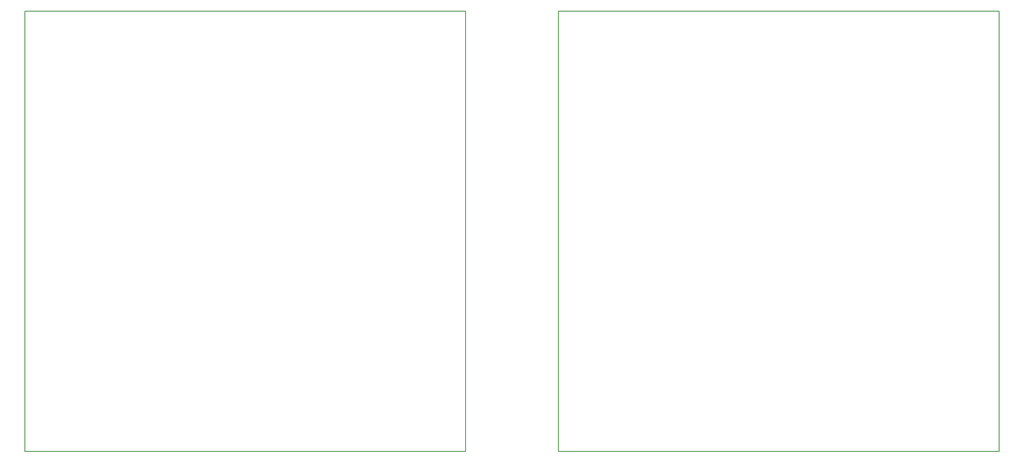
<source format=gbr>
%TF.GenerationSoftware,KiCad,Pcbnew,7.0.9*%
%TF.CreationDate,2023-12-22T07:41:01-05:00*%
%TF.ProjectId,swr_meter,7377725f-6d65-4746-9572-2e6b69636164,2*%
%TF.SameCoordinates,Original*%
%TF.FileFunction,Profile,NP*%
%FSLAX46Y46*%
G04 Gerber Fmt 4.6, Leading zero omitted, Abs format (unit mm)*
G04 Created by KiCad (PCBNEW 7.0.9) date 2023-12-22 07:41:01*
%MOMM*%
%LPD*%
G01*
G04 APERTURE LIST*
%TA.AperFunction,Profile*%
%ADD10C,0.200000*%
%TD*%
G04 APERTURE END LIST*
D10*
X155000000Y-38000000D02*
X245000000Y-38000000D01*
X245000000Y-128000000D01*
X155000000Y-128000000D01*
X155000000Y-38000000D01*
X46000000Y-38000000D02*
X136000000Y-38000000D01*
X136000000Y-128000000D01*
X46000000Y-128000000D01*
X46000000Y-38000000D01*
M02*

</source>
